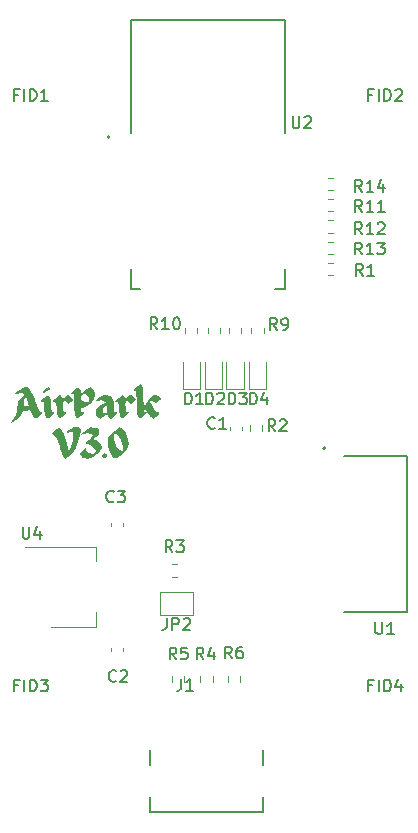
<source format=gbr>
%TF.GenerationSoftware,KiCad,Pcbnew,7.0.7*%
%TF.CreationDate,2023-08-28T22:10:07-07:00*%
%TF.ProjectId,Untitled,556e7469-746c-4656-942e-6b696361645f,rev?*%
%TF.SameCoordinates,Original*%
%TF.FileFunction,Legend,Top*%
%TF.FilePolarity,Positive*%
%FSLAX46Y46*%
G04 Gerber Fmt 4.6, Leading zero omitted, Abs format (unit mm)*
G04 Created by KiCad (PCBNEW 7.0.7) date 2023-08-28 22:10:07*
%MOMM*%
%LPD*%
G01*
G04 APERTURE LIST*
%ADD10C,0.150000*%
%ADD11C,0.120000*%
%ADD12C,0.127000*%
%ADD13C,0.200000*%
G04 APERTURE END LIST*
D10*
X165847733Y-97838419D02*
X165514400Y-97362228D01*
X165276305Y-97838419D02*
X165276305Y-96838419D01*
X165276305Y-96838419D02*
X165657257Y-96838419D01*
X165657257Y-96838419D02*
X165752495Y-96886038D01*
X165752495Y-96886038D02*
X165800114Y-96933657D01*
X165800114Y-96933657D02*
X165847733Y-97028895D01*
X165847733Y-97028895D02*
X165847733Y-97171752D01*
X165847733Y-97171752D02*
X165800114Y-97266990D01*
X165800114Y-97266990D02*
X165752495Y-97314609D01*
X165752495Y-97314609D02*
X165657257Y-97362228D01*
X165657257Y-97362228D02*
X165276305Y-97362228D01*
X166323924Y-97838419D02*
X166514400Y-97838419D01*
X166514400Y-97838419D02*
X166609638Y-97790800D01*
X166609638Y-97790800D02*
X166657257Y-97743180D01*
X166657257Y-97743180D02*
X166752495Y-97600323D01*
X166752495Y-97600323D02*
X166800114Y-97409847D01*
X166800114Y-97409847D02*
X166800114Y-97028895D01*
X166800114Y-97028895D02*
X166752495Y-96933657D01*
X166752495Y-96933657D02*
X166704876Y-96886038D01*
X166704876Y-96886038D02*
X166609638Y-96838419D01*
X166609638Y-96838419D02*
X166419162Y-96838419D01*
X166419162Y-96838419D02*
X166323924Y-96886038D01*
X166323924Y-96886038D02*
X166276305Y-96933657D01*
X166276305Y-96933657D02*
X166228686Y-97028895D01*
X166228686Y-97028895D02*
X166228686Y-97266990D01*
X166228686Y-97266990D02*
X166276305Y-97362228D01*
X166276305Y-97362228D02*
X166323924Y-97409847D01*
X166323924Y-97409847D02*
X166419162Y-97457466D01*
X166419162Y-97457466D02*
X166609638Y-97457466D01*
X166609638Y-97457466D02*
X166704876Y-97409847D01*
X166704876Y-97409847D02*
X166752495Y-97362228D01*
X166752495Y-97362228D02*
X166800114Y-97266990D01*
X157333333Y-125754819D02*
X157000000Y-125278628D01*
X156761905Y-125754819D02*
X156761905Y-124754819D01*
X156761905Y-124754819D02*
X157142857Y-124754819D01*
X157142857Y-124754819D02*
X157238095Y-124802438D01*
X157238095Y-124802438D02*
X157285714Y-124850057D01*
X157285714Y-124850057D02*
X157333333Y-124945295D01*
X157333333Y-124945295D02*
X157333333Y-125088152D01*
X157333333Y-125088152D02*
X157285714Y-125183390D01*
X157285714Y-125183390D02*
X157238095Y-125231009D01*
X157238095Y-125231009D02*
X157142857Y-125278628D01*
X157142857Y-125278628D02*
X156761905Y-125278628D01*
X158238095Y-124754819D02*
X157761905Y-124754819D01*
X157761905Y-124754819D02*
X157714286Y-125231009D01*
X157714286Y-125231009D02*
X157761905Y-125183390D01*
X157761905Y-125183390D02*
X157857143Y-125135771D01*
X157857143Y-125135771D02*
X158095238Y-125135771D01*
X158095238Y-125135771D02*
X158190476Y-125183390D01*
X158190476Y-125183390D02*
X158238095Y-125231009D01*
X158238095Y-125231009D02*
X158285714Y-125326247D01*
X158285714Y-125326247D02*
X158285714Y-125564342D01*
X158285714Y-125564342D02*
X158238095Y-125659580D01*
X158238095Y-125659580D02*
X158190476Y-125707200D01*
X158190476Y-125707200D02*
X158095238Y-125754819D01*
X158095238Y-125754819D02*
X157857143Y-125754819D01*
X157857143Y-125754819D02*
X157761905Y-125707200D01*
X157761905Y-125707200D02*
X157714286Y-125659580D01*
X143928571Y-77931009D02*
X143595238Y-77931009D01*
X143595238Y-78454819D02*
X143595238Y-77454819D01*
X143595238Y-77454819D02*
X144071428Y-77454819D01*
X144452381Y-78454819D02*
X144452381Y-77454819D01*
X144928571Y-78454819D02*
X144928571Y-77454819D01*
X144928571Y-77454819D02*
X145166666Y-77454819D01*
X145166666Y-77454819D02*
X145309523Y-77502438D01*
X145309523Y-77502438D02*
X145404761Y-77597676D01*
X145404761Y-77597676D02*
X145452380Y-77692914D01*
X145452380Y-77692914D02*
X145499999Y-77883390D01*
X145499999Y-77883390D02*
X145499999Y-78026247D01*
X145499999Y-78026247D02*
X145452380Y-78216723D01*
X145452380Y-78216723D02*
X145404761Y-78311961D01*
X145404761Y-78311961D02*
X145309523Y-78407200D01*
X145309523Y-78407200D02*
X145166666Y-78454819D01*
X145166666Y-78454819D02*
X144928571Y-78454819D01*
X146452380Y-78454819D02*
X145880952Y-78454819D01*
X146166666Y-78454819D02*
X146166666Y-77454819D01*
X146166666Y-77454819D02*
X146071428Y-77597676D01*
X146071428Y-77597676D02*
X145976190Y-77692914D01*
X145976190Y-77692914D02*
X145880952Y-77740533D01*
X165717333Y-106426819D02*
X165384000Y-105950628D01*
X165145905Y-106426819D02*
X165145905Y-105426819D01*
X165145905Y-105426819D02*
X165526857Y-105426819D01*
X165526857Y-105426819D02*
X165622095Y-105474438D01*
X165622095Y-105474438D02*
X165669714Y-105522057D01*
X165669714Y-105522057D02*
X165717333Y-105617295D01*
X165717333Y-105617295D02*
X165717333Y-105760152D01*
X165717333Y-105760152D02*
X165669714Y-105855390D01*
X165669714Y-105855390D02*
X165622095Y-105903009D01*
X165622095Y-105903009D02*
X165526857Y-105950628D01*
X165526857Y-105950628D02*
X165145905Y-105950628D01*
X166098286Y-105522057D02*
X166145905Y-105474438D01*
X166145905Y-105474438D02*
X166241143Y-105426819D01*
X166241143Y-105426819D02*
X166479238Y-105426819D01*
X166479238Y-105426819D02*
X166574476Y-105474438D01*
X166574476Y-105474438D02*
X166622095Y-105522057D01*
X166622095Y-105522057D02*
X166669714Y-105617295D01*
X166669714Y-105617295D02*
X166669714Y-105712533D01*
X166669714Y-105712533D02*
X166622095Y-105855390D01*
X166622095Y-105855390D02*
X166050667Y-106426819D01*
X166050667Y-106426819D02*
X166669714Y-106426819D01*
X162033333Y-125654819D02*
X161700000Y-125178628D01*
X161461905Y-125654819D02*
X161461905Y-124654819D01*
X161461905Y-124654819D02*
X161842857Y-124654819D01*
X161842857Y-124654819D02*
X161938095Y-124702438D01*
X161938095Y-124702438D02*
X161985714Y-124750057D01*
X161985714Y-124750057D02*
X162033333Y-124845295D01*
X162033333Y-124845295D02*
X162033333Y-124988152D01*
X162033333Y-124988152D02*
X161985714Y-125083390D01*
X161985714Y-125083390D02*
X161938095Y-125131009D01*
X161938095Y-125131009D02*
X161842857Y-125178628D01*
X161842857Y-125178628D02*
X161461905Y-125178628D01*
X162890476Y-124654819D02*
X162700000Y-124654819D01*
X162700000Y-124654819D02*
X162604762Y-124702438D01*
X162604762Y-124702438D02*
X162557143Y-124750057D01*
X162557143Y-124750057D02*
X162461905Y-124892914D01*
X162461905Y-124892914D02*
X162414286Y-125083390D01*
X162414286Y-125083390D02*
X162414286Y-125464342D01*
X162414286Y-125464342D02*
X162461905Y-125559580D01*
X162461905Y-125559580D02*
X162509524Y-125607200D01*
X162509524Y-125607200D02*
X162604762Y-125654819D01*
X162604762Y-125654819D02*
X162795238Y-125654819D01*
X162795238Y-125654819D02*
X162890476Y-125607200D01*
X162890476Y-125607200D02*
X162938095Y-125559580D01*
X162938095Y-125559580D02*
X162985714Y-125464342D01*
X162985714Y-125464342D02*
X162985714Y-125226247D01*
X162985714Y-125226247D02*
X162938095Y-125131009D01*
X162938095Y-125131009D02*
X162890476Y-125083390D01*
X162890476Y-125083390D02*
X162795238Y-125035771D01*
X162795238Y-125035771D02*
X162604762Y-125035771D01*
X162604762Y-125035771D02*
X162509524Y-125083390D01*
X162509524Y-125083390D02*
X162461905Y-125131009D01*
X162461905Y-125131009D02*
X162414286Y-125226247D01*
X173133333Y-93254819D02*
X172800000Y-92778628D01*
X172561905Y-93254819D02*
X172561905Y-92254819D01*
X172561905Y-92254819D02*
X172942857Y-92254819D01*
X172942857Y-92254819D02*
X173038095Y-92302438D01*
X173038095Y-92302438D02*
X173085714Y-92350057D01*
X173085714Y-92350057D02*
X173133333Y-92445295D01*
X173133333Y-92445295D02*
X173133333Y-92588152D01*
X173133333Y-92588152D02*
X173085714Y-92683390D01*
X173085714Y-92683390D02*
X173038095Y-92731009D01*
X173038095Y-92731009D02*
X172942857Y-92778628D01*
X172942857Y-92778628D02*
X172561905Y-92778628D01*
X174085714Y-93254819D02*
X173514286Y-93254819D01*
X173800000Y-93254819D02*
X173800000Y-92254819D01*
X173800000Y-92254819D02*
X173704762Y-92397676D01*
X173704762Y-92397676D02*
X173609524Y-92492914D01*
X173609524Y-92492914D02*
X173514286Y-92540533D01*
X173928571Y-127931009D02*
X173595238Y-127931009D01*
X173595238Y-128454819D02*
X173595238Y-127454819D01*
X173595238Y-127454819D02*
X174071428Y-127454819D01*
X174452381Y-128454819D02*
X174452381Y-127454819D01*
X174928571Y-128454819D02*
X174928571Y-127454819D01*
X174928571Y-127454819D02*
X175166666Y-127454819D01*
X175166666Y-127454819D02*
X175309523Y-127502438D01*
X175309523Y-127502438D02*
X175404761Y-127597676D01*
X175404761Y-127597676D02*
X175452380Y-127692914D01*
X175452380Y-127692914D02*
X175499999Y-127883390D01*
X175499999Y-127883390D02*
X175499999Y-128026247D01*
X175499999Y-128026247D02*
X175452380Y-128216723D01*
X175452380Y-128216723D02*
X175404761Y-128311961D01*
X175404761Y-128311961D02*
X175309523Y-128407200D01*
X175309523Y-128407200D02*
X175166666Y-128454819D01*
X175166666Y-128454819D02*
X174928571Y-128454819D01*
X176357142Y-127788152D02*
X176357142Y-128454819D01*
X176119047Y-127407200D02*
X175880952Y-128121485D01*
X175880952Y-128121485D02*
X176499999Y-128121485D01*
X158061905Y-104154819D02*
X158061905Y-103154819D01*
X158061905Y-103154819D02*
X158300000Y-103154819D01*
X158300000Y-103154819D02*
X158442857Y-103202438D01*
X158442857Y-103202438D02*
X158538095Y-103297676D01*
X158538095Y-103297676D02*
X158585714Y-103392914D01*
X158585714Y-103392914D02*
X158633333Y-103583390D01*
X158633333Y-103583390D02*
X158633333Y-103726247D01*
X158633333Y-103726247D02*
X158585714Y-103916723D01*
X158585714Y-103916723D02*
X158538095Y-104011961D01*
X158538095Y-104011961D02*
X158442857Y-104107200D01*
X158442857Y-104107200D02*
X158300000Y-104154819D01*
X158300000Y-104154819D02*
X158061905Y-104154819D01*
X159585714Y-104154819D02*
X159014286Y-104154819D01*
X159300000Y-104154819D02*
X159300000Y-103154819D01*
X159300000Y-103154819D02*
X159204762Y-103297676D01*
X159204762Y-103297676D02*
X159109524Y-103392914D01*
X159109524Y-103392914D02*
X159014286Y-103440533D01*
X167182895Y-79769619D02*
X167182895Y-80579142D01*
X167182895Y-80579142D02*
X167230514Y-80674380D01*
X167230514Y-80674380D02*
X167278133Y-80722000D01*
X167278133Y-80722000D02*
X167373371Y-80769619D01*
X167373371Y-80769619D02*
X167563847Y-80769619D01*
X167563847Y-80769619D02*
X167659085Y-80722000D01*
X167659085Y-80722000D02*
X167706704Y-80674380D01*
X167706704Y-80674380D02*
X167754323Y-80579142D01*
X167754323Y-80579142D02*
X167754323Y-79769619D01*
X168182895Y-79864857D02*
X168230514Y-79817238D01*
X168230514Y-79817238D02*
X168325752Y-79769619D01*
X168325752Y-79769619D02*
X168563847Y-79769619D01*
X168563847Y-79769619D02*
X168659085Y-79817238D01*
X168659085Y-79817238D02*
X168706704Y-79864857D01*
X168706704Y-79864857D02*
X168754323Y-79960095D01*
X168754323Y-79960095D02*
X168754323Y-80055333D01*
X168754323Y-80055333D02*
X168706704Y-80198190D01*
X168706704Y-80198190D02*
X168135276Y-80769619D01*
X168135276Y-80769619D02*
X168754323Y-80769619D01*
X173057142Y-87854819D02*
X172723809Y-87378628D01*
X172485714Y-87854819D02*
X172485714Y-86854819D01*
X172485714Y-86854819D02*
X172866666Y-86854819D01*
X172866666Y-86854819D02*
X172961904Y-86902438D01*
X172961904Y-86902438D02*
X173009523Y-86950057D01*
X173009523Y-86950057D02*
X173057142Y-87045295D01*
X173057142Y-87045295D02*
X173057142Y-87188152D01*
X173057142Y-87188152D02*
X173009523Y-87283390D01*
X173009523Y-87283390D02*
X172961904Y-87331009D01*
X172961904Y-87331009D02*
X172866666Y-87378628D01*
X172866666Y-87378628D02*
X172485714Y-87378628D01*
X174009523Y-87854819D02*
X173438095Y-87854819D01*
X173723809Y-87854819D02*
X173723809Y-86854819D01*
X173723809Y-86854819D02*
X173628571Y-86997676D01*
X173628571Y-86997676D02*
X173533333Y-87092914D01*
X173533333Y-87092914D02*
X173438095Y-87140533D01*
X174961904Y-87854819D02*
X174390476Y-87854819D01*
X174676190Y-87854819D02*
X174676190Y-86854819D01*
X174676190Y-86854819D02*
X174580952Y-86997676D01*
X174580952Y-86997676D02*
X174485714Y-87092914D01*
X174485714Y-87092914D02*
X174390476Y-87140533D01*
X152033333Y-112359580D02*
X151985714Y-112407200D01*
X151985714Y-112407200D02*
X151842857Y-112454819D01*
X151842857Y-112454819D02*
X151747619Y-112454819D01*
X151747619Y-112454819D02*
X151604762Y-112407200D01*
X151604762Y-112407200D02*
X151509524Y-112311961D01*
X151509524Y-112311961D02*
X151461905Y-112216723D01*
X151461905Y-112216723D02*
X151414286Y-112026247D01*
X151414286Y-112026247D02*
X151414286Y-111883390D01*
X151414286Y-111883390D02*
X151461905Y-111692914D01*
X151461905Y-111692914D02*
X151509524Y-111597676D01*
X151509524Y-111597676D02*
X151604762Y-111502438D01*
X151604762Y-111502438D02*
X151747619Y-111454819D01*
X151747619Y-111454819D02*
X151842857Y-111454819D01*
X151842857Y-111454819D02*
X151985714Y-111502438D01*
X151985714Y-111502438D02*
X152033333Y-111550057D01*
X152366667Y-111454819D02*
X152985714Y-111454819D01*
X152985714Y-111454819D02*
X152652381Y-111835771D01*
X152652381Y-111835771D02*
X152795238Y-111835771D01*
X152795238Y-111835771D02*
X152890476Y-111883390D01*
X152890476Y-111883390D02*
X152938095Y-111931009D01*
X152938095Y-111931009D02*
X152985714Y-112026247D01*
X152985714Y-112026247D02*
X152985714Y-112264342D01*
X152985714Y-112264342D02*
X152938095Y-112359580D01*
X152938095Y-112359580D02*
X152890476Y-112407200D01*
X152890476Y-112407200D02*
X152795238Y-112454819D01*
X152795238Y-112454819D02*
X152509524Y-112454819D01*
X152509524Y-112454819D02*
X152414286Y-112407200D01*
X152414286Y-112407200D02*
X152366667Y-112359580D01*
X159861905Y-104154819D02*
X159861905Y-103154819D01*
X159861905Y-103154819D02*
X160100000Y-103154819D01*
X160100000Y-103154819D02*
X160242857Y-103202438D01*
X160242857Y-103202438D02*
X160338095Y-103297676D01*
X160338095Y-103297676D02*
X160385714Y-103392914D01*
X160385714Y-103392914D02*
X160433333Y-103583390D01*
X160433333Y-103583390D02*
X160433333Y-103726247D01*
X160433333Y-103726247D02*
X160385714Y-103916723D01*
X160385714Y-103916723D02*
X160338095Y-104011961D01*
X160338095Y-104011961D02*
X160242857Y-104107200D01*
X160242857Y-104107200D02*
X160100000Y-104154819D01*
X160100000Y-104154819D02*
X159861905Y-104154819D01*
X160814286Y-103250057D02*
X160861905Y-103202438D01*
X160861905Y-103202438D02*
X160957143Y-103154819D01*
X160957143Y-103154819D02*
X161195238Y-103154819D01*
X161195238Y-103154819D02*
X161290476Y-103202438D01*
X161290476Y-103202438D02*
X161338095Y-103250057D01*
X161338095Y-103250057D02*
X161385714Y-103345295D01*
X161385714Y-103345295D02*
X161385714Y-103440533D01*
X161385714Y-103440533D02*
X161338095Y-103583390D01*
X161338095Y-103583390D02*
X160766667Y-104154819D01*
X160766667Y-104154819D02*
X161385714Y-104154819D01*
X144322895Y-114516819D02*
X144322895Y-115326342D01*
X144322895Y-115326342D02*
X144370514Y-115421580D01*
X144370514Y-115421580D02*
X144418133Y-115469200D01*
X144418133Y-115469200D02*
X144513371Y-115516819D01*
X144513371Y-115516819D02*
X144703847Y-115516819D01*
X144703847Y-115516819D02*
X144799085Y-115469200D01*
X144799085Y-115469200D02*
X144846704Y-115421580D01*
X144846704Y-115421580D02*
X144894323Y-115326342D01*
X144894323Y-115326342D02*
X144894323Y-114516819D01*
X145799085Y-114850152D02*
X145799085Y-115516819D01*
X145560990Y-114469200D02*
X145322895Y-115183485D01*
X145322895Y-115183485D02*
X145941942Y-115183485D01*
X160590133Y-106131580D02*
X160542514Y-106179200D01*
X160542514Y-106179200D02*
X160399657Y-106226819D01*
X160399657Y-106226819D02*
X160304419Y-106226819D01*
X160304419Y-106226819D02*
X160161562Y-106179200D01*
X160161562Y-106179200D02*
X160066324Y-106083961D01*
X160066324Y-106083961D02*
X160018705Y-105988723D01*
X160018705Y-105988723D02*
X159971086Y-105798247D01*
X159971086Y-105798247D02*
X159971086Y-105655390D01*
X159971086Y-105655390D02*
X160018705Y-105464914D01*
X160018705Y-105464914D02*
X160066324Y-105369676D01*
X160066324Y-105369676D02*
X160161562Y-105274438D01*
X160161562Y-105274438D02*
X160304419Y-105226819D01*
X160304419Y-105226819D02*
X160399657Y-105226819D01*
X160399657Y-105226819D02*
X160542514Y-105274438D01*
X160542514Y-105274438D02*
X160590133Y-105322057D01*
X161542514Y-106226819D02*
X160971086Y-106226819D01*
X161256800Y-106226819D02*
X161256800Y-105226819D01*
X161256800Y-105226819D02*
X161161562Y-105369676D01*
X161161562Y-105369676D02*
X161066324Y-105464914D01*
X161066324Y-105464914D02*
X160971086Y-105512533D01*
X163561905Y-104154819D02*
X163561905Y-103154819D01*
X163561905Y-103154819D02*
X163800000Y-103154819D01*
X163800000Y-103154819D02*
X163942857Y-103202438D01*
X163942857Y-103202438D02*
X164038095Y-103297676D01*
X164038095Y-103297676D02*
X164085714Y-103392914D01*
X164085714Y-103392914D02*
X164133333Y-103583390D01*
X164133333Y-103583390D02*
X164133333Y-103726247D01*
X164133333Y-103726247D02*
X164085714Y-103916723D01*
X164085714Y-103916723D02*
X164038095Y-104011961D01*
X164038095Y-104011961D02*
X163942857Y-104107200D01*
X163942857Y-104107200D02*
X163800000Y-104154819D01*
X163800000Y-104154819D02*
X163561905Y-104154819D01*
X164990476Y-103488152D02*
X164990476Y-104154819D01*
X164752381Y-103107200D02*
X164514286Y-103821485D01*
X164514286Y-103821485D02*
X165133333Y-103821485D01*
X173057142Y-89754819D02*
X172723809Y-89278628D01*
X172485714Y-89754819D02*
X172485714Y-88754819D01*
X172485714Y-88754819D02*
X172866666Y-88754819D01*
X172866666Y-88754819D02*
X172961904Y-88802438D01*
X172961904Y-88802438D02*
X173009523Y-88850057D01*
X173009523Y-88850057D02*
X173057142Y-88945295D01*
X173057142Y-88945295D02*
X173057142Y-89088152D01*
X173057142Y-89088152D02*
X173009523Y-89183390D01*
X173009523Y-89183390D02*
X172961904Y-89231009D01*
X172961904Y-89231009D02*
X172866666Y-89278628D01*
X172866666Y-89278628D02*
X172485714Y-89278628D01*
X174009523Y-89754819D02*
X173438095Y-89754819D01*
X173723809Y-89754819D02*
X173723809Y-88754819D01*
X173723809Y-88754819D02*
X173628571Y-88897676D01*
X173628571Y-88897676D02*
X173533333Y-88992914D01*
X173533333Y-88992914D02*
X173438095Y-89040533D01*
X174390476Y-88850057D02*
X174438095Y-88802438D01*
X174438095Y-88802438D02*
X174533333Y-88754819D01*
X174533333Y-88754819D02*
X174771428Y-88754819D01*
X174771428Y-88754819D02*
X174866666Y-88802438D01*
X174866666Y-88802438D02*
X174914285Y-88850057D01*
X174914285Y-88850057D02*
X174961904Y-88945295D01*
X174961904Y-88945295D02*
X174961904Y-89040533D01*
X174961904Y-89040533D02*
X174914285Y-89183390D01*
X174914285Y-89183390D02*
X174342857Y-89754819D01*
X174342857Y-89754819D02*
X174961904Y-89754819D01*
X161761905Y-104154819D02*
X161761905Y-103154819D01*
X161761905Y-103154819D02*
X162000000Y-103154819D01*
X162000000Y-103154819D02*
X162142857Y-103202438D01*
X162142857Y-103202438D02*
X162238095Y-103297676D01*
X162238095Y-103297676D02*
X162285714Y-103392914D01*
X162285714Y-103392914D02*
X162333333Y-103583390D01*
X162333333Y-103583390D02*
X162333333Y-103726247D01*
X162333333Y-103726247D02*
X162285714Y-103916723D01*
X162285714Y-103916723D02*
X162238095Y-104011961D01*
X162238095Y-104011961D02*
X162142857Y-104107200D01*
X162142857Y-104107200D02*
X162000000Y-104154819D01*
X162000000Y-104154819D02*
X161761905Y-104154819D01*
X162666667Y-103154819D02*
X163285714Y-103154819D01*
X163285714Y-103154819D02*
X162952381Y-103535771D01*
X162952381Y-103535771D02*
X163095238Y-103535771D01*
X163095238Y-103535771D02*
X163190476Y-103583390D01*
X163190476Y-103583390D02*
X163238095Y-103631009D01*
X163238095Y-103631009D02*
X163285714Y-103726247D01*
X163285714Y-103726247D02*
X163285714Y-103964342D01*
X163285714Y-103964342D02*
X163238095Y-104059580D01*
X163238095Y-104059580D02*
X163190476Y-104107200D01*
X163190476Y-104107200D02*
X163095238Y-104154819D01*
X163095238Y-104154819D02*
X162809524Y-104154819D01*
X162809524Y-104154819D02*
X162714286Y-104107200D01*
X162714286Y-104107200D02*
X162666667Y-104059580D01*
X159633333Y-125754819D02*
X159300000Y-125278628D01*
X159061905Y-125754819D02*
X159061905Y-124754819D01*
X159061905Y-124754819D02*
X159442857Y-124754819D01*
X159442857Y-124754819D02*
X159538095Y-124802438D01*
X159538095Y-124802438D02*
X159585714Y-124850057D01*
X159585714Y-124850057D02*
X159633333Y-124945295D01*
X159633333Y-124945295D02*
X159633333Y-125088152D01*
X159633333Y-125088152D02*
X159585714Y-125183390D01*
X159585714Y-125183390D02*
X159538095Y-125231009D01*
X159538095Y-125231009D02*
X159442857Y-125278628D01*
X159442857Y-125278628D02*
X159061905Y-125278628D01*
X160490476Y-125088152D02*
X160490476Y-125754819D01*
X160252381Y-124707200D02*
X160014286Y-125421485D01*
X160014286Y-125421485D02*
X160633333Y-125421485D01*
X173928571Y-77931009D02*
X173595238Y-77931009D01*
X173595238Y-78454819D02*
X173595238Y-77454819D01*
X173595238Y-77454819D02*
X174071428Y-77454819D01*
X174452381Y-78454819D02*
X174452381Y-77454819D01*
X174928571Y-78454819D02*
X174928571Y-77454819D01*
X174928571Y-77454819D02*
X175166666Y-77454819D01*
X175166666Y-77454819D02*
X175309523Y-77502438D01*
X175309523Y-77502438D02*
X175404761Y-77597676D01*
X175404761Y-77597676D02*
X175452380Y-77692914D01*
X175452380Y-77692914D02*
X175499999Y-77883390D01*
X175499999Y-77883390D02*
X175499999Y-78026247D01*
X175499999Y-78026247D02*
X175452380Y-78216723D01*
X175452380Y-78216723D02*
X175404761Y-78311961D01*
X175404761Y-78311961D02*
X175309523Y-78407200D01*
X175309523Y-78407200D02*
X175166666Y-78454819D01*
X175166666Y-78454819D02*
X174928571Y-78454819D01*
X175880952Y-77550057D02*
X175928571Y-77502438D01*
X175928571Y-77502438D02*
X176023809Y-77454819D01*
X176023809Y-77454819D02*
X176261904Y-77454819D01*
X176261904Y-77454819D02*
X176357142Y-77502438D01*
X176357142Y-77502438D02*
X176404761Y-77550057D01*
X176404761Y-77550057D02*
X176452380Y-77645295D01*
X176452380Y-77645295D02*
X176452380Y-77740533D01*
X176452380Y-77740533D02*
X176404761Y-77883390D01*
X176404761Y-77883390D02*
X175833333Y-78454819D01*
X175833333Y-78454819D02*
X176452380Y-78454819D01*
X143928571Y-127931009D02*
X143595238Y-127931009D01*
X143595238Y-128454819D02*
X143595238Y-127454819D01*
X143595238Y-127454819D02*
X144071428Y-127454819D01*
X144452381Y-128454819D02*
X144452381Y-127454819D01*
X144928571Y-128454819D02*
X144928571Y-127454819D01*
X144928571Y-127454819D02*
X145166666Y-127454819D01*
X145166666Y-127454819D02*
X145309523Y-127502438D01*
X145309523Y-127502438D02*
X145404761Y-127597676D01*
X145404761Y-127597676D02*
X145452380Y-127692914D01*
X145452380Y-127692914D02*
X145499999Y-127883390D01*
X145499999Y-127883390D02*
X145499999Y-128026247D01*
X145499999Y-128026247D02*
X145452380Y-128216723D01*
X145452380Y-128216723D02*
X145404761Y-128311961D01*
X145404761Y-128311961D02*
X145309523Y-128407200D01*
X145309523Y-128407200D02*
X145166666Y-128454819D01*
X145166666Y-128454819D02*
X144928571Y-128454819D01*
X145833333Y-127454819D02*
X146452380Y-127454819D01*
X146452380Y-127454819D02*
X146119047Y-127835771D01*
X146119047Y-127835771D02*
X146261904Y-127835771D01*
X146261904Y-127835771D02*
X146357142Y-127883390D01*
X146357142Y-127883390D02*
X146404761Y-127931009D01*
X146404761Y-127931009D02*
X146452380Y-128026247D01*
X146452380Y-128026247D02*
X146452380Y-128264342D01*
X146452380Y-128264342D02*
X146404761Y-128359580D01*
X146404761Y-128359580D02*
X146357142Y-128407200D01*
X146357142Y-128407200D02*
X146261904Y-128454819D01*
X146261904Y-128454819D02*
X145976190Y-128454819D01*
X145976190Y-128454819D02*
X145880952Y-128407200D01*
X145880952Y-128407200D02*
X145833333Y-128359580D01*
X173057142Y-86154819D02*
X172723809Y-85678628D01*
X172485714Y-86154819D02*
X172485714Y-85154819D01*
X172485714Y-85154819D02*
X172866666Y-85154819D01*
X172866666Y-85154819D02*
X172961904Y-85202438D01*
X172961904Y-85202438D02*
X173009523Y-85250057D01*
X173009523Y-85250057D02*
X173057142Y-85345295D01*
X173057142Y-85345295D02*
X173057142Y-85488152D01*
X173057142Y-85488152D02*
X173009523Y-85583390D01*
X173009523Y-85583390D02*
X172961904Y-85631009D01*
X172961904Y-85631009D02*
X172866666Y-85678628D01*
X172866666Y-85678628D02*
X172485714Y-85678628D01*
X174009523Y-86154819D02*
X173438095Y-86154819D01*
X173723809Y-86154819D02*
X173723809Y-85154819D01*
X173723809Y-85154819D02*
X173628571Y-85297676D01*
X173628571Y-85297676D02*
X173533333Y-85392914D01*
X173533333Y-85392914D02*
X173438095Y-85440533D01*
X174866666Y-85488152D02*
X174866666Y-86154819D01*
X174628571Y-85107200D02*
X174390476Y-85821485D01*
X174390476Y-85821485D02*
X175009523Y-85821485D01*
X156516666Y-122254819D02*
X156516666Y-122969104D01*
X156516666Y-122969104D02*
X156469047Y-123111961D01*
X156469047Y-123111961D02*
X156373809Y-123207200D01*
X156373809Y-123207200D02*
X156230952Y-123254819D01*
X156230952Y-123254819D02*
X156135714Y-123254819D01*
X156992857Y-123254819D02*
X156992857Y-122254819D01*
X156992857Y-122254819D02*
X157373809Y-122254819D01*
X157373809Y-122254819D02*
X157469047Y-122302438D01*
X157469047Y-122302438D02*
X157516666Y-122350057D01*
X157516666Y-122350057D02*
X157564285Y-122445295D01*
X157564285Y-122445295D02*
X157564285Y-122588152D01*
X157564285Y-122588152D02*
X157516666Y-122683390D01*
X157516666Y-122683390D02*
X157469047Y-122731009D01*
X157469047Y-122731009D02*
X157373809Y-122778628D01*
X157373809Y-122778628D02*
X156992857Y-122778628D01*
X157945238Y-122350057D02*
X157992857Y-122302438D01*
X157992857Y-122302438D02*
X158088095Y-122254819D01*
X158088095Y-122254819D02*
X158326190Y-122254819D01*
X158326190Y-122254819D02*
X158421428Y-122302438D01*
X158421428Y-122302438D02*
X158469047Y-122350057D01*
X158469047Y-122350057D02*
X158516666Y-122445295D01*
X158516666Y-122445295D02*
X158516666Y-122540533D01*
X158516666Y-122540533D02*
X158469047Y-122683390D01*
X158469047Y-122683390D02*
X157897619Y-123254819D01*
X157897619Y-123254819D02*
X158516666Y-123254819D01*
X155719542Y-97787619D02*
X155386209Y-97311428D01*
X155148114Y-97787619D02*
X155148114Y-96787619D01*
X155148114Y-96787619D02*
X155529066Y-96787619D01*
X155529066Y-96787619D02*
X155624304Y-96835238D01*
X155624304Y-96835238D02*
X155671923Y-96882857D01*
X155671923Y-96882857D02*
X155719542Y-96978095D01*
X155719542Y-96978095D02*
X155719542Y-97120952D01*
X155719542Y-97120952D02*
X155671923Y-97216190D01*
X155671923Y-97216190D02*
X155624304Y-97263809D01*
X155624304Y-97263809D02*
X155529066Y-97311428D01*
X155529066Y-97311428D02*
X155148114Y-97311428D01*
X156671923Y-97787619D02*
X156100495Y-97787619D01*
X156386209Y-97787619D02*
X156386209Y-96787619D01*
X156386209Y-96787619D02*
X156290971Y-96930476D01*
X156290971Y-96930476D02*
X156195733Y-97025714D01*
X156195733Y-97025714D02*
X156100495Y-97073333D01*
X157290971Y-96787619D02*
X157386209Y-96787619D01*
X157386209Y-96787619D02*
X157481447Y-96835238D01*
X157481447Y-96835238D02*
X157529066Y-96882857D01*
X157529066Y-96882857D02*
X157576685Y-96978095D01*
X157576685Y-96978095D02*
X157624304Y-97168571D01*
X157624304Y-97168571D02*
X157624304Y-97406666D01*
X157624304Y-97406666D02*
X157576685Y-97597142D01*
X157576685Y-97597142D02*
X157529066Y-97692380D01*
X157529066Y-97692380D02*
X157481447Y-97740000D01*
X157481447Y-97740000D02*
X157386209Y-97787619D01*
X157386209Y-97787619D02*
X157290971Y-97787619D01*
X157290971Y-97787619D02*
X157195733Y-97740000D01*
X157195733Y-97740000D02*
X157148114Y-97692380D01*
X157148114Y-97692380D02*
X157100495Y-97597142D01*
X157100495Y-97597142D02*
X157052876Y-97406666D01*
X157052876Y-97406666D02*
X157052876Y-97168571D01*
X157052876Y-97168571D02*
X157100495Y-96978095D01*
X157100495Y-96978095D02*
X157148114Y-96882857D01*
X157148114Y-96882857D02*
X157195733Y-96835238D01*
X157195733Y-96835238D02*
X157290971Y-96787619D01*
X173057142Y-91454819D02*
X172723809Y-90978628D01*
X172485714Y-91454819D02*
X172485714Y-90454819D01*
X172485714Y-90454819D02*
X172866666Y-90454819D01*
X172866666Y-90454819D02*
X172961904Y-90502438D01*
X172961904Y-90502438D02*
X173009523Y-90550057D01*
X173009523Y-90550057D02*
X173057142Y-90645295D01*
X173057142Y-90645295D02*
X173057142Y-90788152D01*
X173057142Y-90788152D02*
X173009523Y-90883390D01*
X173009523Y-90883390D02*
X172961904Y-90931009D01*
X172961904Y-90931009D02*
X172866666Y-90978628D01*
X172866666Y-90978628D02*
X172485714Y-90978628D01*
X174009523Y-91454819D02*
X173438095Y-91454819D01*
X173723809Y-91454819D02*
X173723809Y-90454819D01*
X173723809Y-90454819D02*
X173628571Y-90597676D01*
X173628571Y-90597676D02*
X173533333Y-90692914D01*
X173533333Y-90692914D02*
X173438095Y-90740533D01*
X174342857Y-90454819D02*
X174961904Y-90454819D01*
X174961904Y-90454819D02*
X174628571Y-90835771D01*
X174628571Y-90835771D02*
X174771428Y-90835771D01*
X174771428Y-90835771D02*
X174866666Y-90883390D01*
X174866666Y-90883390D02*
X174914285Y-90931009D01*
X174914285Y-90931009D02*
X174961904Y-91026247D01*
X174961904Y-91026247D02*
X174961904Y-91264342D01*
X174961904Y-91264342D02*
X174914285Y-91359580D01*
X174914285Y-91359580D02*
X174866666Y-91407200D01*
X174866666Y-91407200D02*
X174771428Y-91454819D01*
X174771428Y-91454819D02*
X174485714Y-91454819D01*
X174485714Y-91454819D02*
X174390476Y-91407200D01*
X174390476Y-91407200D02*
X174342857Y-91359580D01*
X157741666Y-127384819D02*
X157741666Y-128099104D01*
X157741666Y-128099104D02*
X157694047Y-128241961D01*
X157694047Y-128241961D02*
X157598809Y-128337200D01*
X157598809Y-128337200D02*
X157455952Y-128384819D01*
X157455952Y-128384819D02*
X157360714Y-128384819D01*
X158741666Y-128384819D02*
X158170238Y-128384819D01*
X158455952Y-128384819D02*
X158455952Y-127384819D01*
X158455952Y-127384819D02*
X158360714Y-127527676D01*
X158360714Y-127527676D02*
X158265476Y-127622914D01*
X158265476Y-127622914D02*
X158170238Y-127670533D01*
X174193295Y-122594019D02*
X174193295Y-123403542D01*
X174193295Y-123403542D02*
X174240914Y-123498780D01*
X174240914Y-123498780D02*
X174288533Y-123546400D01*
X174288533Y-123546400D02*
X174383771Y-123594019D01*
X174383771Y-123594019D02*
X174574247Y-123594019D01*
X174574247Y-123594019D02*
X174669485Y-123546400D01*
X174669485Y-123546400D02*
X174717104Y-123498780D01*
X174717104Y-123498780D02*
X174764723Y-123403542D01*
X174764723Y-123403542D02*
X174764723Y-122594019D01*
X175764723Y-123594019D02*
X175193295Y-123594019D01*
X175479009Y-123594019D02*
X175479009Y-122594019D01*
X175479009Y-122594019D02*
X175383771Y-122736876D01*
X175383771Y-122736876D02*
X175288533Y-122832114D01*
X175288533Y-122832114D02*
X175193295Y-122879733D01*
X157008533Y-116666419D02*
X156675200Y-116190228D01*
X156437105Y-116666419D02*
X156437105Y-115666419D01*
X156437105Y-115666419D02*
X156818057Y-115666419D01*
X156818057Y-115666419D02*
X156913295Y-115714038D01*
X156913295Y-115714038D02*
X156960914Y-115761657D01*
X156960914Y-115761657D02*
X157008533Y-115856895D01*
X157008533Y-115856895D02*
X157008533Y-115999752D01*
X157008533Y-115999752D02*
X156960914Y-116094990D01*
X156960914Y-116094990D02*
X156913295Y-116142609D01*
X156913295Y-116142609D02*
X156818057Y-116190228D01*
X156818057Y-116190228D02*
X156437105Y-116190228D01*
X157341867Y-115666419D02*
X157960914Y-115666419D01*
X157960914Y-115666419D02*
X157627581Y-116047371D01*
X157627581Y-116047371D02*
X157770438Y-116047371D01*
X157770438Y-116047371D02*
X157865676Y-116094990D01*
X157865676Y-116094990D02*
X157913295Y-116142609D01*
X157913295Y-116142609D02*
X157960914Y-116237847D01*
X157960914Y-116237847D02*
X157960914Y-116475942D01*
X157960914Y-116475942D02*
X157913295Y-116571180D01*
X157913295Y-116571180D02*
X157865676Y-116618800D01*
X157865676Y-116618800D02*
X157770438Y-116666419D01*
X157770438Y-116666419D02*
X157484724Y-116666419D01*
X157484724Y-116666419D02*
X157389486Y-116618800D01*
X157389486Y-116618800D02*
X157341867Y-116571180D01*
X152233333Y-127559580D02*
X152185714Y-127607200D01*
X152185714Y-127607200D02*
X152042857Y-127654819D01*
X152042857Y-127654819D02*
X151947619Y-127654819D01*
X151947619Y-127654819D02*
X151804762Y-127607200D01*
X151804762Y-127607200D02*
X151709524Y-127511961D01*
X151709524Y-127511961D02*
X151661905Y-127416723D01*
X151661905Y-127416723D02*
X151614286Y-127226247D01*
X151614286Y-127226247D02*
X151614286Y-127083390D01*
X151614286Y-127083390D02*
X151661905Y-126892914D01*
X151661905Y-126892914D02*
X151709524Y-126797676D01*
X151709524Y-126797676D02*
X151804762Y-126702438D01*
X151804762Y-126702438D02*
X151947619Y-126654819D01*
X151947619Y-126654819D02*
X152042857Y-126654819D01*
X152042857Y-126654819D02*
X152185714Y-126702438D01*
X152185714Y-126702438D02*
X152233333Y-126750057D01*
X152614286Y-126750057D02*
X152661905Y-126702438D01*
X152661905Y-126702438D02*
X152757143Y-126654819D01*
X152757143Y-126654819D02*
X152995238Y-126654819D01*
X152995238Y-126654819D02*
X153090476Y-126702438D01*
X153090476Y-126702438D02*
X153138095Y-126750057D01*
X153138095Y-126750057D02*
X153185714Y-126845295D01*
X153185714Y-126845295D02*
X153185714Y-126940533D01*
X153185714Y-126940533D02*
X153138095Y-127083390D01*
X153138095Y-127083390D02*
X152566667Y-127654819D01*
X152566667Y-127654819D02*
X153185714Y-127654819D01*
D11*
%TO.C,R9*%
X163677500Y-98137258D02*
X163677500Y-97662742D01*
X164722500Y-98137258D02*
X164722500Y-97662742D01*
%TO.C,R5*%
X158022500Y-127162742D02*
X158022500Y-127637258D01*
X156977500Y-127162742D02*
X156977500Y-127637258D01*
%TO.C,R2*%
X164606500Y-105934742D02*
X164606500Y-106409258D01*
X163561500Y-105934742D02*
X163561500Y-106409258D01*
%TO.C,R6*%
X161677500Y-127637258D02*
X161677500Y-127162742D01*
X162722500Y-127637258D02*
X162722500Y-127162742D01*
%TO.C,R1*%
X170162742Y-92177500D02*
X170637258Y-92177500D01*
X170162742Y-93222500D02*
X170637258Y-93222500D01*
%TO.C,R8*%
X161777500Y-98137258D02*
X161777500Y-97662742D01*
X162822500Y-98137258D02*
X162822500Y-97662742D01*
%TO.C,D1*%
X157865000Y-102885000D02*
X159335000Y-102885000D01*
X159335000Y-102885000D02*
X159335000Y-100600000D01*
X157865000Y-100600000D02*
X157865000Y-102885000D01*
D12*
%TO.C,U2*%
X153500000Y-71650000D02*
X166500000Y-71650000D01*
X153500000Y-81200000D02*
X153500000Y-71650000D01*
X153500000Y-94350000D02*
X153500000Y-92680000D01*
X154280000Y-94350000D02*
X153500000Y-94350000D01*
X166500000Y-71650000D02*
X166500000Y-81200000D01*
X166500000Y-92680000D02*
X166500000Y-94350000D01*
X166500000Y-94350000D02*
X165720000Y-94350000D01*
D13*
X151700000Y-81500000D02*
G75*
G03*
X151700000Y-81500000I-100000J0D01*
G01*
D11*
%TO.C,R11*%
X170162742Y-86777500D02*
X170637258Y-86777500D01*
X170162742Y-87822500D02*
X170637258Y-87822500D01*
%TO.C,C3*%
X151790000Y-114440580D02*
X151790000Y-114159420D01*
X152810000Y-114440580D02*
X152810000Y-114159420D01*
%TO.C,G\u002A\u002A\u002A*%
G36*
X151405401Y-108334040D02*
G01*
X151432391Y-108365224D01*
X151495362Y-108452435D01*
X151492321Y-108513682D01*
X151422117Y-108597700D01*
X151306080Y-108693156D01*
X151211484Y-108694589D01*
X151120274Y-108601585D01*
X151112945Y-108590607D01*
X151062223Y-108497588D01*
X151075454Y-108438262D01*
X151119803Y-108395134D01*
X151243838Y-108301951D01*
X151329520Y-108282497D01*
X151405401Y-108334040D01*
G37*
G36*
X146540004Y-102682818D02*
G01*
X146606943Y-102740762D01*
X146606953Y-102740774D01*
X146643865Y-102801355D01*
X146633275Y-102857774D01*
X146562666Y-102926243D01*
X146419519Y-103022974D01*
X146360506Y-103059960D01*
X146214921Y-103145979D01*
X146127584Y-103180490D01*
X146073159Y-103169746D01*
X146041159Y-103138747D01*
X146014901Y-103084674D01*
X146038982Y-103022707D01*
X146125633Y-102932073D01*
X146203304Y-102863419D01*
X146358539Y-102737962D01*
X146463988Y-102679823D01*
X146540004Y-102682818D01*
G37*
G36*
X146567545Y-103425528D02*
G01*
X146641648Y-103556184D01*
X146691496Y-103752076D01*
X146710381Y-103995310D01*
X146710400Y-104003387D01*
X146715826Y-104223055D01*
X146729794Y-104443223D01*
X146742704Y-104564709D01*
X146769408Y-104709914D01*
X146808213Y-104779659D01*
X146875951Y-104799976D01*
X146895104Y-104800400D01*
X146987244Y-104817004D01*
X147015200Y-104846469D01*
X146978251Y-104902396D01*
X146884684Y-104995779D01*
X146760420Y-105104828D01*
X146631376Y-105207754D01*
X146523472Y-105282765D01*
X146465737Y-105308400D01*
X146400447Y-105271989D01*
X146315092Y-105183922D01*
X146311518Y-105179419D01*
X146249448Y-105050364D01*
X146199571Y-104855258D01*
X146167578Y-104629441D01*
X146159156Y-104408255D01*
X146168222Y-104289274D01*
X146166659Y-104108726D01*
X146110405Y-103989248D01*
X146008112Y-103945929D01*
X145973282Y-103949332D01*
X145872269Y-103947638D01*
X145846800Y-103910526D01*
X145884579Y-103843937D01*
X145981487Y-103740724D01*
X146112880Y-103621746D01*
X146254114Y-103507865D01*
X146380546Y-103419943D01*
X146467530Y-103378838D01*
X146475897Y-103378000D01*
X146567545Y-103425528D01*
G37*
G36*
X148187789Y-103357280D02*
G01*
X148275165Y-103398211D01*
X148415743Y-103498710D01*
X148535850Y-103627295D01*
X148642110Y-103776524D01*
X148415598Y-103962133D01*
X148189086Y-104147743D01*
X148036996Y-103978771D01*
X147939395Y-103877791D01*
X147877788Y-103845240D01*
X147824345Y-103870499D01*
X147803718Y-103889749D01*
X147763547Y-103947595D01*
X147744094Y-104036006D01*
X147743122Y-104178769D01*
X147757168Y-104385049D01*
X147776093Y-104589493D01*
X147795915Y-104712893D01*
X147824192Y-104775584D01*
X147868480Y-104797904D01*
X147911503Y-104800400D01*
X148003446Y-104817054D01*
X148031200Y-104846469D01*
X147993046Y-104907576D01*
X147896153Y-105003109D01*
X147766873Y-105111980D01*
X147631561Y-105213101D01*
X147516568Y-105285382D01*
X147453954Y-105308400D01*
X147377223Y-105267107D01*
X147300346Y-105166872D01*
X147295904Y-105158522D01*
X147248387Y-105004645D01*
X147219813Y-104775133D01*
X147213336Y-104612422D01*
X147205008Y-104339490D01*
X147184965Y-104153063D01*
X147148303Y-104038276D01*
X147090117Y-103980264D01*
X147005504Y-103964161D01*
X146999507Y-103964202D01*
X146899624Y-103951624D01*
X146873575Y-103905518D01*
X146924243Y-103819295D01*
X147054512Y-103686363D01*
X147163793Y-103588640D01*
X147331422Y-103450541D01*
X147447820Y-103384396D01*
X147533571Y-103390291D01*
X147609259Y-103468310D01*
X147680730Y-103590786D01*
X147717263Y-103646179D01*
X147759291Y-103651859D01*
X147830055Y-103599888D01*
X147928368Y-103506202D01*
X148042888Y-103398656D01*
X148118356Y-103352443D01*
X148187789Y-103357280D01*
G37*
G36*
X153470989Y-103357280D02*
G01*
X153558365Y-103398211D01*
X153698943Y-103498710D01*
X153819050Y-103627295D01*
X153925310Y-103776524D01*
X153698798Y-103962133D01*
X153472286Y-104147743D01*
X153320196Y-103978771D01*
X153222595Y-103877791D01*
X153160988Y-103845240D01*
X153107545Y-103870499D01*
X153086918Y-103889749D01*
X153046747Y-103947595D01*
X153027294Y-104036006D01*
X153026322Y-104178769D01*
X153040368Y-104385049D01*
X153059293Y-104589493D01*
X153079115Y-104712893D01*
X153107392Y-104775584D01*
X153151680Y-104797904D01*
X153194703Y-104800400D01*
X153286646Y-104817054D01*
X153314400Y-104846469D01*
X153276246Y-104907576D01*
X153179353Y-105003109D01*
X153050073Y-105111980D01*
X152914761Y-105213101D01*
X152799768Y-105285382D01*
X152737154Y-105308400D01*
X152660423Y-105267107D01*
X152583546Y-105166872D01*
X152579104Y-105158522D01*
X152531587Y-105004645D01*
X152503013Y-104775133D01*
X152496536Y-104612422D01*
X152488208Y-104339490D01*
X152468165Y-104153063D01*
X152431503Y-104038276D01*
X152373317Y-103980264D01*
X152288704Y-103964161D01*
X152282707Y-103964202D01*
X152182824Y-103951624D01*
X152156775Y-103905518D01*
X152207443Y-103819295D01*
X152337712Y-103686363D01*
X152446993Y-103588640D01*
X152614622Y-103450541D01*
X152731020Y-103384396D01*
X152816771Y-103390291D01*
X152892459Y-103468310D01*
X152963930Y-103590786D01*
X153000463Y-103646179D01*
X153042491Y-103651859D01*
X153113255Y-103599888D01*
X153211568Y-103506202D01*
X153326088Y-103398656D01*
X153401556Y-103352443D01*
X153470989Y-103357280D01*
G37*
G36*
X152620669Y-106129547D02*
G01*
X152646480Y-106142711D01*
X152870399Y-106311293D01*
X153056834Y-106552712D01*
X153196793Y-106842282D01*
X153281286Y-107155316D01*
X153301321Y-107467129D01*
X153247909Y-107753034D01*
X153240420Y-107773454D01*
X153174690Y-107906764D01*
X153072766Y-108040285D01*
X152917391Y-108193765D01*
X152738148Y-108348235D01*
X152531811Y-108519650D01*
X152387735Y-108634849D01*
X152289220Y-108701552D01*
X152219569Y-108727478D01*
X152162081Y-108720347D01*
X152100057Y-108687880D01*
X152058578Y-108662396D01*
X151924213Y-108536018D01*
X151783519Y-108320694D01*
X151731968Y-108221597D01*
X151648488Y-108042458D01*
X151597790Y-107896298D01*
X151571850Y-107745096D01*
X151562641Y-107550831D01*
X151561800Y-107415434D01*
X151566050Y-107179144D01*
X151587165Y-107000873D01*
X151637687Y-106857188D01*
X151697798Y-106771036D01*
X152052662Y-106771036D01*
X152065202Y-106962870D01*
X152081104Y-107065551D01*
X152154064Y-107366374D01*
X152260616Y-107642287D01*
X152389253Y-107869914D01*
X152528465Y-108025877D01*
X152567349Y-108053264D01*
X152699976Y-108117612D01*
X152774198Y-108103529D01*
X152803878Y-108003999D01*
X152806400Y-107932274D01*
X152781493Y-107678246D01*
X152713937Y-107407478D01*
X152614480Y-107145319D01*
X152493868Y-106917117D01*
X152362850Y-106748221D01*
X152276183Y-106681703D01*
X152154766Y-106637116D01*
X152081388Y-106664673D01*
X152052662Y-106771036D01*
X151697798Y-106771036D01*
X151730161Y-106724653D01*
X151877129Y-106579836D01*
X152091134Y-106399302D01*
X152117050Y-106378100D01*
X152293586Y-106235331D01*
X152411942Y-106148105D01*
X152492392Y-106107408D01*
X152555210Y-106104227D01*
X152620669Y-106129547D01*
G37*
G36*
X149057372Y-106089601D02*
G01*
X149159407Y-106172484D01*
X149223077Y-106305807D01*
X149236736Y-106493589D01*
X149199412Y-106744884D01*
X149110135Y-107068743D01*
X149041489Y-107272716D01*
X148918647Y-107605352D01*
X148808125Y-107861022D01*
X148696810Y-108061127D01*
X148571594Y-108227068D01*
X148419365Y-108380245D01*
X148300218Y-108482693D01*
X148142440Y-108609112D01*
X148013095Y-108705866D01*
X147932688Y-108757888D01*
X147918969Y-108762800D01*
X147867990Y-108723571D01*
X147794174Y-108626407D01*
X147775909Y-108597700D01*
X147724250Y-108490310D01*
X147651627Y-108308126D01*
X147566420Y-108073619D01*
X147477007Y-107809267D01*
X147445517Y-107711482D01*
X147314426Y-107326305D01*
X147195278Y-107036732D01*
X147085213Y-106837849D01*
X146981374Y-106724745D01*
X146880901Y-106692507D01*
X146855062Y-106696742D01*
X146760198Y-106705017D01*
X146750118Y-106658401D01*
X146824500Y-106557499D01*
X146983023Y-106402916D01*
X147036473Y-106355330D01*
X147230469Y-106197501D01*
X147368954Y-106112598D01*
X147441303Y-106100643D01*
X147518488Y-106154984D01*
X147598250Y-106265133D01*
X147685185Y-106440916D01*
X147783893Y-106692159D01*
X147898972Y-107028688D01*
X147950180Y-107188000D01*
X148053873Y-107511837D01*
X148132958Y-107747966D01*
X148192242Y-107905925D01*
X148236533Y-107995256D01*
X148270637Y-108025498D01*
X148299361Y-108006191D01*
X148327512Y-107946875D01*
X148329692Y-107941188D01*
X148480926Y-107508026D01*
X148578043Y-107148054D01*
X148621127Y-106863496D01*
X148610262Y-106656578D01*
X148545533Y-106529523D01*
X148427023Y-106484556D01*
X148275912Y-106515555D01*
X148140769Y-106546537D01*
X148058662Y-106529033D01*
X148045759Y-106474324D01*
X148110130Y-106399875D01*
X148393870Y-106207471D01*
X148652346Y-106090319D01*
X148876525Y-106050376D01*
X149057372Y-106089601D01*
G37*
G36*
X150353713Y-106114717D02*
G01*
X150596933Y-106184165D01*
X150749024Y-106279734D01*
X150818553Y-106407970D01*
X150825200Y-106474963D01*
X150808492Y-106593184D01*
X150747113Y-106699603D01*
X150624182Y-106817140D01*
X150505951Y-106908382D01*
X150313702Y-107050326D01*
X150564029Y-107193294D01*
X150776408Y-107349366D01*
X150933710Y-107534765D01*
X151018521Y-107726385D01*
X151028400Y-107809475D01*
X150990228Y-107919425D01*
X150888805Y-108067277D01*
X150743764Y-108232178D01*
X150574739Y-108393274D01*
X150401366Y-108529710D01*
X150281614Y-108602638D01*
X150035988Y-108695703D01*
X149779725Y-108739839D01*
X149568330Y-108729138D01*
X149459800Y-108677797D01*
X149335025Y-108581014D01*
X149224016Y-108467264D01*
X149156782Y-108365025D01*
X149148800Y-108331044D01*
X149184980Y-108267575D01*
X149276437Y-108166144D01*
X149397540Y-108050247D01*
X149522660Y-107943376D01*
X149626168Y-107869029D01*
X149674935Y-107848727D01*
X149698437Y-107885692D01*
X149690181Y-107922117D01*
X149699972Y-108026020D01*
X149788361Y-108137057D01*
X149936026Y-108235267D01*
X150032258Y-108275480D01*
X150242674Y-108320325D01*
X150391125Y-108287892D01*
X150471215Y-108200980D01*
X150493423Y-108061389D01*
X150426732Y-107912165D01*
X150281759Y-107764134D01*
X150069123Y-107628123D01*
X149799444Y-107514960D01*
X149797884Y-107514441D01*
X149659547Y-107465786D01*
X149571667Y-107429673D01*
X149555200Y-107418759D01*
X149593303Y-107384219D01*
X149695147Y-107304726D01*
X149842032Y-107194711D01*
X149914198Y-107141749D01*
X150112843Y-106985685D01*
X150223385Y-106866813D01*
X150248216Y-106776136D01*
X150189727Y-106704658D01*
X150050311Y-106643381D01*
X150046968Y-106642281D01*
X149916390Y-106611011D01*
X149780184Y-106609174D01*
X149609139Y-106639580D01*
X149374041Y-106705037D01*
X149364700Y-106707874D01*
X149271250Y-106724286D01*
X149264082Y-106690226D01*
X149343505Y-106605328D01*
X149509826Y-106469227D01*
X149660823Y-106355958D01*
X150067897Y-106057317D01*
X150353713Y-106114717D01*
G37*
G36*
X151446044Y-103354146D02*
G01*
X151708062Y-103429868D01*
X151856805Y-103529545D01*
X151926366Y-103596224D01*
X151973286Y-103663009D01*
X152003833Y-103752423D01*
X152024279Y-103886991D01*
X152040893Y-104089238D01*
X152049707Y-104222541D01*
X152064539Y-104447133D01*
X152077301Y-104630221D01*
X152086473Y-104750607D01*
X152090259Y-104787700D01*
X152138022Y-104797174D01*
X152226433Y-104800400D01*
X152312041Y-104810663D01*
X152332455Y-104847417D01*
X152282761Y-104919610D01*
X152158043Y-105036188D01*
X152044400Y-105131786D01*
X151765000Y-105362080D01*
X151650700Y-105230807D01*
X151572174Y-105119551D01*
X151536586Y-105027521D01*
X151536400Y-105022922D01*
X151506286Y-105000834D01*
X151412195Y-105041788D01*
X151248498Y-105148269D01*
X151242093Y-105152755D01*
X151094005Y-105254056D01*
X150980911Y-105326605D01*
X150925750Y-105355735D01*
X150924593Y-105355761D01*
X150865793Y-105333375D01*
X150795746Y-105301056D01*
X150669487Y-105194312D01*
X150569385Y-105030695D01*
X150521481Y-104854932D01*
X150520400Y-104828139D01*
X150551126Y-104674980D01*
X151086104Y-104674980D01*
X151131787Y-104803739D01*
X151201410Y-104886878D01*
X151295592Y-104889982D01*
X151387339Y-104849412D01*
X151444508Y-104799631D01*
X151474623Y-104710617D01*
X151485147Y-104555364D01*
X151485600Y-104493812D01*
X151477411Y-104306003D01*
X151446507Y-104213235D01*
X151383375Y-104209808D01*
X151278505Y-104290024D01*
X151227692Y-104339292D01*
X151107367Y-104506800D01*
X151086104Y-104674980D01*
X150551126Y-104674980D01*
X150567527Y-104593226D01*
X150709607Y-104389233D01*
X150947689Y-104214979D01*
X151150905Y-104118528D01*
X151304989Y-104052852D01*
X151378543Y-104008112D01*
X151386254Y-103969803D01*
X151345822Y-103926026D01*
X151158143Y-103828527D01*
X150920961Y-103819412D01*
X150755155Y-103856205D01*
X150596414Y-103893018D01*
X150526354Y-103881789D01*
X150544650Y-103823467D01*
X150650975Y-103719001D01*
X150845003Y-103569341D01*
X150856485Y-103561059D01*
X151026592Y-103441585D01*
X151145207Y-103372310D01*
X151242300Y-103342715D01*
X151347841Y-103342283D01*
X151446044Y-103354146D01*
G37*
G36*
X150068622Y-102711882D02*
G01*
X150123478Y-102728516D01*
X150290061Y-102836373D01*
X150404611Y-103011657D01*
X150461405Y-103231362D01*
X150454722Y-103472483D01*
X150378839Y-103712015D01*
X150371678Y-103726389D01*
X150222764Y-103945934D01*
X150020741Y-104145951D01*
X149791167Y-104307942D01*
X149559601Y-104413409D01*
X149379031Y-104444800D01*
X149286690Y-104461281D01*
X149254695Y-104524724D01*
X149274637Y-104656125D01*
X149282418Y-104686100D01*
X149348006Y-104780952D01*
X149434124Y-104800400D01*
X149526753Y-104816388D01*
X149555200Y-104845080D01*
X149517193Y-104897779D01*
X149414761Y-104995488D01*
X149265282Y-105122964D01*
X149086137Y-105264964D01*
X149015840Y-105318114D01*
X148939785Y-105322777D01*
X148908280Y-105296326D01*
X148839548Y-105199220D01*
X148788575Y-105094767D01*
X148752029Y-104965141D01*
X148726580Y-104792521D01*
X148708897Y-104559082D01*
X148695648Y-104247000D01*
X148692183Y-104140000D01*
X148676787Y-103643338D01*
X149250400Y-103643338D01*
X149266181Y-103742862D01*
X149329990Y-103815278D01*
X149466300Y-103888529D01*
X149684556Y-103967016D01*
X149836692Y-103970392D01*
X149925571Y-103898139D01*
X149951877Y-103800334D01*
X149938022Y-103632293D01*
X149875713Y-103470928D01*
X149781503Y-103338186D01*
X149671946Y-103256014D01*
X149563596Y-103246356D01*
X149541450Y-103256208D01*
X149370907Y-103388512D01*
X149269922Y-103543767D01*
X149250400Y-103643338D01*
X148676787Y-103643338D01*
X148666200Y-103301800D01*
X148528409Y-103299476D01*
X148416257Y-103288040D01*
X148361466Y-103267999D01*
X148382552Y-103224564D01*
X148462493Y-103137904D01*
X148579776Y-103026952D01*
X148712887Y-102910640D01*
X148840312Y-102807900D01*
X148940537Y-102737664D01*
X148986910Y-102717600D01*
X149064511Y-102759679D01*
X149150566Y-102861958D01*
X149220662Y-102988502D01*
X149250384Y-103103375D01*
X149250400Y-103105450D01*
X149260059Y-103197696D01*
X149277154Y-103225600D01*
X149325858Y-103195442D01*
X149432626Y-103115016D01*
X149577720Y-102999395D01*
X149637450Y-102950479D01*
X149802993Y-102817029D01*
X149914760Y-102739756D01*
X149995665Y-102708195D01*
X150068622Y-102711882D01*
G37*
G36*
X154338206Y-102450129D02*
G01*
X154415012Y-102541677D01*
X154427250Y-102558529D01*
X154466494Y-102622923D01*
X154495071Y-102700426D01*
X154515051Y-102808245D01*
X154528508Y-102963589D01*
X154537512Y-103183664D01*
X154544138Y-103485677D01*
X154545009Y-103536429D01*
X154559000Y-104368600D01*
X154923600Y-103878148D01*
X155100525Y-103648122D01*
X155235808Y-103492580D01*
X155341172Y-103399549D01*
X155428339Y-103357057D01*
X155435475Y-103355350D01*
X155649267Y-103357680D01*
X155857511Y-103448947D01*
X155955785Y-103530185D01*
X156023739Y-103613970D01*
X156016884Y-103672109D01*
X155993188Y-103697314D01*
X155913207Y-103770243D01*
X155798769Y-103875030D01*
X155766393Y-103904736D01*
X155607639Y-104050473D01*
X155456477Y-103942836D01*
X155306615Y-103858139D01*
X155198471Y-103841225D01*
X155146009Y-103893112D01*
X155143200Y-103919992D01*
X155169441Y-104015084D01*
X155237506Y-104164626D01*
X155331405Y-104339519D01*
X155435147Y-104510667D01*
X155532742Y-104648970D01*
X155564192Y-104686100D01*
X155676823Y-104769305D01*
X155784057Y-104800400D01*
X155886857Y-104818748D01*
X155927967Y-104846940D01*
X155905311Y-104896380D01*
X155826652Y-104988700D01*
X155714563Y-105102374D01*
X155591621Y-105215878D01*
X155480399Y-105307684D01*
X155403472Y-105356268D01*
X155390744Y-105359200D01*
X155335831Y-105327414D01*
X155240461Y-105248258D01*
X155209307Y-105219500D01*
X155104902Y-105099637D01*
X154983637Y-104929985D01*
X154891169Y-104780293D01*
X154799528Y-104624383D01*
X154740425Y-104545196D01*
X154698784Y-104529703D01*
X154659533Y-104564873D01*
X154652634Y-104574102D01*
X154589832Y-104698257D01*
X154613150Y-104775676D01*
X154711400Y-104800400D01*
X154806875Y-104817387D01*
X154838400Y-104850018D01*
X154800079Y-104908540D01*
X154702654Y-105001565D01*
X154572426Y-105108569D01*
X154435699Y-105209031D01*
X154318776Y-105282424D01*
X154250942Y-105308400D01*
X154182490Y-105267556D01*
X154104204Y-105166923D01*
X154090603Y-105143300D01*
X154057879Y-105067759D01*
X154032577Y-104966596D01*
X154013189Y-104824741D01*
X153998207Y-104627122D01*
X153986124Y-104358669D01*
X153975432Y-104004309D01*
X153974998Y-103987600D01*
X153949400Y-102997000D01*
X153822400Y-102997000D01*
X153721088Y-102979208D01*
X153681210Y-102946200D01*
X153711223Y-102895614D01*
X153798769Y-102803272D01*
X153920865Y-102689382D01*
X154054528Y-102574150D01*
X154176772Y-102477784D01*
X154264614Y-102420489D01*
X154287923Y-102412800D01*
X154338206Y-102450129D01*
G37*
G36*
X144705311Y-102707444D02*
G01*
X144824116Y-102773263D01*
X144938327Y-102899983D01*
X145055321Y-103096331D01*
X145182478Y-103371033D01*
X145327177Y-103732816D01*
X145367277Y-103838743D01*
X145495207Y-104173024D01*
X145597412Y-104422340D01*
X145680188Y-104598149D01*
X145749830Y-104711908D01*
X145812636Y-104775074D01*
X145874903Y-104799104D01*
X145895773Y-104800400D01*
X145991342Y-104822249D01*
X146022390Y-104847624D01*
X146001464Y-104901053D01*
X145916885Y-104988753D01*
X145792300Y-105093022D01*
X145651355Y-105196159D01*
X145517696Y-105280460D01*
X145414971Y-105328224D01*
X145376189Y-105331371D01*
X145299563Y-105262903D01*
X145207538Y-105124310D01*
X145115398Y-104942319D01*
X145038428Y-104743660D01*
X145036250Y-104736900D01*
X144977443Y-104597981D01*
X144921655Y-104547796D01*
X144875646Y-104591590D01*
X144869659Y-104607620D01*
X144811704Y-104646479D01*
X144684592Y-104680864D01*
X144576781Y-104696520D01*
X144416444Y-104717953D01*
X144328463Y-104751278D01*
X144283694Y-104812885D01*
X144265025Y-104871839D01*
X144177987Y-105044325D01*
X144004058Y-105247055D01*
X143750507Y-105472104D01*
X143626469Y-105568056D01*
X143467007Y-105684749D01*
X143371455Y-105745304D01*
X143323757Y-105756263D01*
X143307858Y-105724163D01*
X143306800Y-105698255D01*
X143341299Y-105620767D01*
X143425668Y-105520289D01*
X143438743Y-105507755D01*
X143606783Y-105300151D01*
X143728085Y-105028784D01*
X143808610Y-104679283D01*
X143822542Y-104582091D01*
X143874660Y-104250953D01*
X143887838Y-104199394D01*
X144400366Y-104199394D01*
X144404832Y-104251037D01*
X144467888Y-104277189D01*
X144587725Y-104290372D01*
X144720231Y-104289573D01*
X144821291Y-104273776D01*
X144845100Y-104261165D01*
X144841531Y-104205304D01*
X144810246Y-104084674D01*
X144761230Y-103928852D01*
X144704470Y-103767415D01*
X144649951Y-103629939D01*
X144607660Y-103546002D01*
X144600740Y-103537406D01*
X144549855Y-103541331D01*
X144542754Y-103547512D01*
X144512306Y-103616370D01*
X144476249Y-103749627D01*
X144441176Y-103913644D01*
X144413683Y-104074780D01*
X144400366Y-104199394D01*
X143887838Y-104199394D01*
X143939005Y-103999201D01*
X144024656Y-103804671D01*
X144140696Y-103645199D01*
X144250489Y-103537589D01*
X144376975Y-103416804D01*
X144428453Y-103339161D01*
X144413960Y-103290717D01*
X144411744Y-103288874D01*
X144232278Y-103206004D01*
X144022472Y-103219913D01*
X143936534Y-103249926D01*
X143791123Y-103294415D01*
X143703867Y-103286571D01*
X143698929Y-103282449D01*
X143709198Y-103229253D01*
X143787010Y-103140618D01*
X143912077Y-103032172D01*
X144064110Y-102919544D01*
X144222820Y-102818364D01*
X144367919Y-102744261D01*
X144424400Y-102723601D01*
X144574532Y-102693799D01*
X144705311Y-102707444D01*
G37*
%TO.C,D2*%
X159765000Y-102872500D02*
X161235000Y-102872500D01*
X161235000Y-102872500D02*
X161235000Y-100587500D01*
X159765000Y-100587500D02*
X159765000Y-102872500D01*
%TO.C,U4*%
X144500000Y-116190000D02*
X150510000Y-116190000D01*
X146750000Y-123010000D02*
X150510000Y-123010000D01*
X150510000Y-116190000D02*
X150510000Y-117450000D01*
X150510000Y-123010000D02*
X150510000Y-121750000D01*
%TO.C,C1*%
X162866800Y-106031420D02*
X162866800Y-106312580D01*
X161846800Y-106031420D02*
X161846800Y-106312580D01*
%TO.C,D4*%
X163465000Y-102872500D02*
X164935000Y-102872500D01*
X164935000Y-102872500D02*
X164935000Y-100587500D01*
X163465000Y-100587500D02*
X163465000Y-102872500D01*
%TO.C,R12*%
X170162742Y-88577500D02*
X170637258Y-88577500D01*
X170162742Y-89622500D02*
X170637258Y-89622500D01*
%TO.C,D3*%
X161565000Y-102885000D02*
X163035000Y-102885000D01*
X163035000Y-102885000D02*
X163035000Y-100600000D01*
X161565000Y-100600000D02*
X161565000Y-102885000D01*
%TO.C,R4*%
X159377500Y-127637258D02*
X159377500Y-127162742D01*
X160422500Y-127637258D02*
X160422500Y-127162742D01*
%TO.C,R14*%
X170637258Y-86022500D02*
X170162742Y-86022500D01*
X170637258Y-84977500D02*
X170162742Y-84977500D01*
%TO.C,JP2*%
X158750000Y-122000000D02*
X155950000Y-122000000D01*
X158750000Y-120000000D02*
X158750000Y-122000000D01*
X155950000Y-122000000D02*
X155950000Y-120000000D01*
X155950000Y-120000000D02*
X158750000Y-120000000D01*
%TO.C,R10*%
X158077500Y-98137258D02*
X158077500Y-97662742D01*
X159122500Y-98137258D02*
X159122500Y-97662742D01*
%TO.C,R13*%
X170162742Y-90377500D02*
X170637258Y-90377500D01*
X170162742Y-91422500D02*
X170637258Y-91422500D01*
D13*
%TO.C,J1*%
X155110000Y-133415000D02*
X155110000Y-134665000D01*
X155110000Y-137385000D02*
X155110000Y-138665000D01*
X155110000Y-138665000D02*
X164690000Y-138665000D01*
X164690000Y-133415000D02*
X164690000Y-134665000D01*
X164690000Y-138665000D02*
X164690000Y-137385000D01*
D12*
%TO.C,U1*%
X176875000Y-108525000D02*
X176875000Y-121725000D01*
X171495000Y-108525000D02*
X176875000Y-108525000D01*
X176875000Y-121725000D02*
X171495000Y-121725000D01*
D13*
X169975000Y-107875000D02*
G75*
G03*
X169975000Y-107875000I-100000J0D01*
G01*
D11*
%TO.C,R3*%
X157412458Y-118734100D02*
X156937942Y-118734100D01*
X157412458Y-117689100D02*
X156937942Y-117689100D01*
%TO.C,R7*%
X159977500Y-98137258D02*
X159977500Y-97662742D01*
X161022500Y-98137258D02*
X161022500Y-97662742D01*
%TO.C,C2*%
X152810000Y-124759420D02*
X152810000Y-125040580D01*
X151790000Y-124759420D02*
X151790000Y-125040580D01*
%TD*%
M02*

</source>
